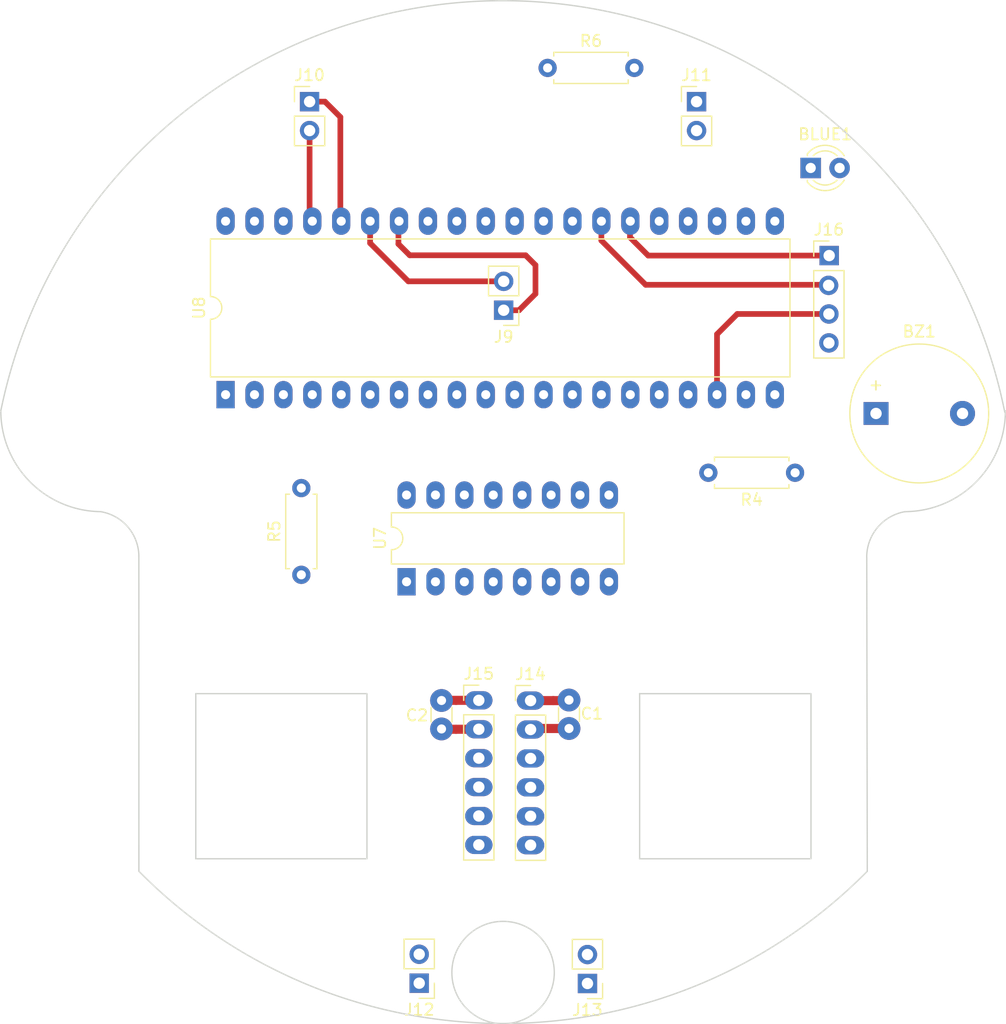
<source format=kicad_pcb>
(kicad_pcb (version 20171130) (host pcbnew 5.1.5-52549c5~84~ubuntu18.04.1)

  (general
    (thickness 1.6)
    (drawings 17)
    (tracks 41)
    (zones 0)
    (modules 17)
    (nets 44)
  )

  (page A4)
  (layers
    (0 F.Cu signal)
    (31 B.Cu signal)
    (32 B.Adhes user)
    (33 F.Adhes user)
    (34 B.Paste user)
    (35 F.Paste user)
    (36 B.SilkS user)
    (37 F.SilkS user)
    (38 B.Mask user)
    (39 F.Mask user)
    (40 Dwgs.User user)
    (41 Cmts.User user)
    (42 Eco1.User user)
    (43 Eco2.User user)
    (44 Edge.Cuts user)
    (45 Margin user)
    (46 B.CrtYd user)
    (47 F.CrtYd user)
    (48 B.Fab user)
    (49 F.Fab user)
  )

  (setup
    (last_trace_width 0.5)
    (user_trace_width 0.5)
    (user_trace_width 0.6)
    (user_trace_width 0.8)
    (user_trace_width 1)
    (trace_clearance 0.2)
    (zone_clearance 0.508)
    (zone_45_only no)
    (trace_min 0.2)
    (via_size 0.8)
    (via_drill 0.4)
    (via_min_size 0.4)
    (via_min_drill 0.3)
    (uvia_size 0.3)
    (uvia_drill 0.1)
    (uvias_allowed no)
    (uvia_min_size 0.2)
    (uvia_min_drill 0.1)
    (edge_width 0.05)
    (segment_width 0.2)
    (pcb_text_width 0.3)
    (pcb_text_size 1.5 1.5)
    (mod_edge_width 0.12)
    (mod_text_size 1 1)
    (mod_text_width 0.15)
    (pad_size 1.7 1.7)
    (pad_drill 1)
    (pad_to_mask_clearance 0.051)
    (solder_mask_min_width 0.25)
    (aux_axis_origin 0 0)
    (visible_elements FFFFFF7F)
    (pcbplotparams
      (layerselection 0x010fc_ffffffff)
      (usegerberextensions false)
      (usegerberattributes false)
      (usegerberadvancedattributes false)
      (creategerberjobfile false)
      (excludeedgelayer true)
      (linewidth 0.100000)
      (plotframeref false)
      (viasonmask false)
      (mode 1)
      (useauxorigin false)
      (hpglpennumber 1)
      (hpglpenspeed 20)
      (hpglpendiameter 15.000000)
      (psnegative false)
      (psa4output false)
      (plotreference true)
      (plotvalue true)
      (plotinvisibletext false)
      (padsonsilk false)
      (subtractmaskfromsilk false)
      (outputformat 1)
      (mirror false)
      (drillshape 1)
      (scaleselection 1)
      (outputdirectory ""))
  )

  (net 0 "")
  (net 1 "Net-(BLUE1-Pad2)")
  (net 2 GND)
  (net 3 BUZZ_IN)
  (net 4 "Net-(C1-Pad2)")
  (net 5 "Net-(C1-Pad1)")
  (net 6 "Net-(C2-Pad2)")
  (net 7 "Net-(C2-Pad1)")
  (net 8 "Net-(J9-Pad2)")
  (net 9 "Net-(J9-Pad1)")
  (net 10 "Net-(J10-Pad2)")
  (net 11 "Net-(J10-Pad1)")
  (net 12 "Net-(J11-Pad2)")
  (net 13 "Net-(J11-Pad1)")
  (net 14 +5V)
  (net 15 +12V)
  (net 16 rEn_B)
  (net 17 rEn_A)
  (net 18 lEn_B)
  (net 19 lEn_A)
  (net 20 3V3)
  (net 21 "Net-(J16-Pad2)")
  (net 22 "Net-(J16-Pad1)")
  (net 23 Bat_IN)
  (net 24 LED_IN)
  (net 25 "Net-(U7-Pad15)")
  (net 26 "Net-(U7-Pad7)")
  (net 27 "Net-(U7-Pad10)")
  (net 28 "Net-(U7-Pad2)")
  (net 29 "Net-(U7-Pad9)")
  (net 30 "Net-(U7-Pad1)")
  (net 31 "Net-(U8-Pad1)")
  (net 32 "Net-(U8-Pad21)")
  (net 33 "Net-(U8-Pad2)")
  (net 34 "Net-(U8-Pad22)")
  (net 35 "Net-(U8-Pad3)")
  (net 36 "Net-(U8-Pad4)")
  (net 37 "Net-(U8-Pad7)")
  (net 38 "Net-(U8-Pad29)")
  (net 39 "Net-(U8-Pad32)")
  (net 40 "Net-(U8-Pad33)")
  (net 41 "Net-(U8-Pad16)")
  (net 42 "Net-(U8-Pad17)")
  (net 43 "Net-(U8-Pad19)")

  (net_class Default "This is the default net class."
    (clearance 0.2)
    (trace_width 0.25)
    (via_dia 0.8)
    (via_drill 0.4)
    (uvia_dia 0.3)
    (uvia_drill 0.1)
    (add_net +12V)
    (add_net +5V)
    (add_net 3V3)
    (add_net BUZZ_IN)
    (add_net Bat_IN)
    (add_net GND)
    (add_net LED_IN)
    (add_net "Net-(BLUE1-Pad2)")
    (add_net "Net-(C1-Pad1)")
    (add_net "Net-(C1-Pad2)")
    (add_net "Net-(C2-Pad1)")
    (add_net "Net-(C2-Pad2)")
    (add_net "Net-(J10-Pad1)")
    (add_net "Net-(J10-Pad2)")
    (add_net "Net-(J11-Pad1)")
    (add_net "Net-(J11-Pad2)")
    (add_net "Net-(J16-Pad1)")
    (add_net "Net-(J16-Pad2)")
    (add_net "Net-(J9-Pad1)")
    (add_net "Net-(J9-Pad2)")
    (add_net "Net-(U7-Pad1)")
    (add_net "Net-(U7-Pad10)")
    (add_net "Net-(U7-Pad15)")
    (add_net "Net-(U7-Pad2)")
    (add_net "Net-(U7-Pad7)")
    (add_net "Net-(U7-Pad9)")
    (add_net "Net-(U8-Pad1)")
    (add_net "Net-(U8-Pad16)")
    (add_net "Net-(U8-Pad17)")
    (add_net "Net-(U8-Pad19)")
    (add_net "Net-(U8-Pad2)")
    (add_net "Net-(U8-Pad21)")
    (add_net "Net-(U8-Pad22)")
    (add_net "Net-(U8-Pad29)")
    (add_net "Net-(U8-Pad3)")
    (add_net "Net-(U8-Pad32)")
    (add_net "Net-(U8-Pad33)")
    (add_net "Net-(U8-Pad4)")
    (add_net "Net-(U8-Pad7)")
    (add_net lEn_A)
    (add_net lEn_B)
    (add_net rEn_A)
    (add_net rEn_B)
  )

  (module Connector_PinHeader_2.54mm:PinHeader_1x06_P2.54mm_Vertical (layer F.Cu) (tedit 5DEB64E1) (tstamp 5DEB68BD)
    (at 136.2964 113.2078)
    (descr "Through hole straight pin header, 1x06, 2.54mm pitch, single row")
    (tags "Through hole pin header THT 1x06 2.54mm single row")
    (path /5DF08463)
    (fp_text reference J15 (at 0 -2.33 180) (layer F.SilkS)
      (effects (font (size 1 1) (thickness 0.15)))
    )
    (fp_text value Motor_LEFT (at 0 15.03 180) (layer F.Fab)
      (effects (font (size 1 1) (thickness 0.15)))
    )
    (fp_text user %R (at 0 6.35 270) (layer F.Fab)
      (effects (font (size 1 1) (thickness 0.15)))
    )
    (fp_line (start 1.8 -1.8) (end -1.8 -1.8) (layer F.CrtYd) (width 0.05))
    (fp_line (start 1.8 14.5) (end 1.8 -1.8) (layer F.CrtYd) (width 0.05))
    (fp_line (start -1.8 14.5) (end 1.8 14.5) (layer F.CrtYd) (width 0.05))
    (fp_line (start -1.8 -1.8) (end -1.8 14.5) (layer F.CrtYd) (width 0.05))
    (fp_line (start -1.33 -1.33) (end 0 -1.33) (layer F.SilkS) (width 0.12))
    (fp_line (start -1.33 0) (end -1.33 -1.33) (layer F.SilkS) (width 0.12))
    (fp_line (start -1.33 1.27) (end 1.33 1.27) (layer F.SilkS) (width 0.12))
    (fp_line (start 1.33 1.27) (end 1.33 14.03) (layer F.SilkS) (width 0.12))
    (fp_line (start -1.33 1.27) (end -1.33 14.03) (layer F.SilkS) (width 0.12))
    (fp_line (start -1.33 14.03) (end 1.33 14.03) (layer F.SilkS) (width 0.12))
    (fp_line (start -1.27 -0.635) (end -0.635 -1.27) (layer F.Fab) (width 0.1))
    (fp_line (start -1.27 13.97) (end -1.27 -0.635) (layer F.Fab) (width 0.1))
    (fp_line (start 1.27 13.97) (end -1.27 13.97) (layer F.Fab) (width 0.1))
    (fp_line (start 1.27 -1.27) (end 1.27 13.97) (layer F.Fab) (width 0.1))
    (fp_line (start -0.635 -1.27) (end 1.27 -1.27) (layer F.Fab) (width 0.1))
    (pad 6 thru_hole oval (at 0 12.7) (size 2.4 1.6) (drill 1) (layers *.Cu *.Mask)
      (net 2 GND))
    (pad 5 thru_hole oval (at 0 10.16) (size 2.4 1.6) (drill 1) (layers *.Cu *.Mask)
      (net 14 +5V))
    (pad 4 thru_hole oval (at 0 7.62) (size 2.4 1.6) (drill 1) (layers *.Cu *.Mask)
      (net 18 lEn_B))
    (pad 3 thru_hole oval (at 0 5.08) (size 2.4 1.6) (drill 1) (layers *.Cu *.Mask)
      (net 19 lEn_A))
    (pad 2 thru_hole oval (at 0 2.54) (size 2.4 1.6) (drill 1) (layers *.Cu *.Mask)
      (net 6 "Net-(C2-Pad2)"))
    (pad 1 thru_hole oval (at 0 0) (size 2.4 1.6) (drill 1) (layers *.Cu *.Mask)
      (net 7 "Net-(C2-Pad1)"))
    (model ${KISYS3DMOD}/Connector_PinHeader_2.54mm.3dshapes/PinHeader_1x06_P2.54mm_Vertical.wrl
      (at (xyz 0 0 0))
      (scale (xyz 1 1 1))
      (rotate (xyz 0 0 0))
    )
  )

  (module Package_DIP:DIP-16_W7.62mm_LongPads (layer F.Cu) (tedit 5A02E8C5) (tstamp 5DEBB8CF)
    (at 129.9464 102.7938 90)
    (descr "16-lead though-hole mounted DIP package, row spacing 7.62 mm (300 mils), LongPads")
    (tags "THT DIP DIL PDIP 2.54mm 7.62mm 300mil LongPads")
    (path /5DE7B8CF)
    (fp_text reference U7 (at 3.81 -2.33 90) (layer F.SilkS)
      (effects (font (size 1 1) (thickness 0.15)))
    )
    (fp_text value L293D (at 3.81 20.11 90) (layer F.Fab)
      (effects (font (size 1 1) (thickness 0.15)))
    )
    (fp_text user %R (at 3.81 8.89 90) (layer F.Fab)
      (effects (font (size 1 1) (thickness 0.15)))
    )
    (fp_line (start 9.1 -1.55) (end -1.45 -1.55) (layer F.CrtYd) (width 0.05))
    (fp_line (start 9.1 19.3) (end 9.1 -1.55) (layer F.CrtYd) (width 0.05))
    (fp_line (start -1.45 19.3) (end 9.1 19.3) (layer F.CrtYd) (width 0.05))
    (fp_line (start -1.45 -1.55) (end -1.45 19.3) (layer F.CrtYd) (width 0.05))
    (fp_line (start 6.06 -1.33) (end 4.81 -1.33) (layer F.SilkS) (width 0.12))
    (fp_line (start 6.06 19.11) (end 6.06 -1.33) (layer F.SilkS) (width 0.12))
    (fp_line (start 1.56 19.11) (end 6.06 19.11) (layer F.SilkS) (width 0.12))
    (fp_line (start 1.56 -1.33) (end 1.56 19.11) (layer F.SilkS) (width 0.12))
    (fp_line (start 2.81 -1.33) (end 1.56 -1.33) (layer F.SilkS) (width 0.12))
    (fp_line (start 0.635 -0.27) (end 1.635 -1.27) (layer F.Fab) (width 0.1))
    (fp_line (start 0.635 19.05) (end 0.635 -0.27) (layer F.Fab) (width 0.1))
    (fp_line (start 6.985 19.05) (end 0.635 19.05) (layer F.Fab) (width 0.1))
    (fp_line (start 6.985 -1.27) (end 6.985 19.05) (layer F.Fab) (width 0.1))
    (fp_line (start 1.635 -1.27) (end 6.985 -1.27) (layer F.Fab) (width 0.1))
    (fp_arc (start 3.81 -1.33) (end 2.81 -1.33) (angle -180) (layer F.SilkS) (width 0.12))
    (pad 16 thru_hole oval (at 7.62 0 90) (size 2.4 1.6) (drill 0.8) (layers *.Cu *.Mask)
      (net 14 +5V))
    (pad 8 thru_hole oval (at 0 17.78 90) (size 2.4 1.6) (drill 0.8) (layers *.Cu *.Mask)
      (net 15 +12V))
    (pad 15 thru_hole oval (at 7.62 2.54 90) (size 2.4 1.6) (drill 0.8) (layers *.Cu *.Mask)
      (net 25 "Net-(U7-Pad15)"))
    (pad 7 thru_hole oval (at 0 15.24 90) (size 2.4 1.6) (drill 0.8) (layers *.Cu *.Mask)
      (net 26 "Net-(U7-Pad7)"))
    (pad 14 thru_hole oval (at 7.62 5.08 90) (size 2.4 1.6) (drill 0.8) (layers *.Cu *.Mask)
      (net 5 "Net-(C1-Pad1)"))
    (pad 6 thru_hole oval (at 0 12.7 90) (size 2.4 1.6) (drill 0.8) (layers *.Cu *.Mask)
      (net 7 "Net-(C2-Pad1)"))
    (pad 13 thru_hole oval (at 7.62 7.62 90) (size 2.4 1.6) (drill 0.8) (layers *.Cu *.Mask)
      (net 2 GND))
    (pad 5 thru_hole oval (at 0 10.16 90) (size 2.4 1.6) (drill 0.8) (layers *.Cu *.Mask)
      (net 2 GND))
    (pad 12 thru_hole oval (at 7.62 10.16 90) (size 2.4 1.6) (drill 0.8) (layers *.Cu *.Mask)
      (net 2 GND))
    (pad 4 thru_hole oval (at 0 7.62 90) (size 2.4 1.6) (drill 0.8) (layers *.Cu *.Mask)
      (net 2 GND))
    (pad 11 thru_hole oval (at 7.62 12.7 90) (size 2.4 1.6) (drill 0.8) (layers *.Cu *.Mask)
      (net 4 "Net-(C1-Pad2)"))
    (pad 3 thru_hole oval (at 0 5.08 90) (size 2.4 1.6) (drill 0.8) (layers *.Cu *.Mask)
      (net 6 "Net-(C2-Pad2)"))
    (pad 10 thru_hole oval (at 7.62 15.24 90) (size 2.4 1.6) (drill 0.8) (layers *.Cu *.Mask)
      (net 27 "Net-(U7-Pad10)"))
    (pad 2 thru_hole oval (at 0 2.54 90) (size 2.4 1.6) (drill 0.8) (layers *.Cu *.Mask)
      (net 28 "Net-(U7-Pad2)"))
    (pad 9 thru_hole oval (at 7.62 17.78 90) (size 2.4 1.6) (drill 0.8) (layers *.Cu *.Mask)
      (net 29 "Net-(U7-Pad9)"))
    (pad 1 thru_hole rect (at 0 0 90) (size 2.4 1.6) (drill 0.8) (layers *.Cu *.Mask)
      (net 30 "Net-(U7-Pad1)"))
    (model ${KISYS3DMOD}/Package_DIP.3dshapes/DIP-16_W7.62mm.wrl
      (at (xyz 0 0 0))
      (scale (xyz 1 1 1))
      (rotate (xyz 0 0 0))
    )
  )

  (module Connector_PinHeader_2.54mm:PinHeader_1x06_P2.54mm_Vertical (layer F.Cu) (tedit 5DEB6526) (tstamp 5DEBB7E7)
    (at 140.843 113.2332)
    (descr "Through hole straight pin header, 1x06, 2.54mm pitch, single row")
    (tags "Through hole pin header THT 1x06 2.54mm single row")
    (path /5DF07D5E)
    (fp_text reference J14 (at 0 -2.33) (layer F.SilkS)
      (effects (font (size 1 1) (thickness 0.15)))
    )
    (fp_text value Motor_RIGHT (at 0 15.03) (layer F.Fab)
      (effects (font (size 1 1) (thickness 0.15)))
    )
    (fp_text user %R (at 0 6.35 90) (layer F.Fab)
      (effects (font (size 1 1) (thickness 0.15)))
    )
    (fp_line (start 1.8 -1.8) (end -1.8 -1.8) (layer F.CrtYd) (width 0.05))
    (fp_line (start 1.8 14.5) (end 1.8 -1.8) (layer F.CrtYd) (width 0.05))
    (fp_line (start -1.8 14.5) (end 1.8 14.5) (layer F.CrtYd) (width 0.05))
    (fp_line (start -1.8 -1.8) (end -1.8 14.5) (layer F.CrtYd) (width 0.05))
    (fp_line (start -1.33 -1.33) (end 0 -1.33) (layer F.SilkS) (width 0.12))
    (fp_line (start -1.33 0) (end -1.33 -1.33) (layer F.SilkS) (width 0.12))
    (fp_line (start -1.33 1.27) (end 1.33 1.27) (layer F.SilkS) (width 0.12))
    (fp_line (start 1.33 1.27) (end 1.33 14.03) (layer F.SilkS) (width 0.12))
    (fp_line (start -1.33 1.27) (end -1.33 14.03) (layer F.SilkS) (width 0.12))
    (fp_line (start -1.33 14.03) (end 1.33 14.03) (layer F.SilkS) (width 0.12))
    (fp_line (start -1.27 -0.635) (end -0.635 -1.27) (layer F.Fab) (width 0.1))
    (fp_line (start -1.27 13.97) (end -1.27 -0.635) (layer F.Fab) (width 0.1))
    (fp_line (start 1.27 13.97) (end -1.27 13.97) (layer F.Fab) (width 0.1))
    (fp_line (start 1.27 -1.27) (end 1.27 13.97) (layer F.Fab) (width 0.1))
    (fp_line (start -0.635 -1.27) (end 1.27 -1.27) (layer F.Fab) (width 0.1))
    (pad 6 thru_hole oval (at 0 12.7) (size 2.4 1.6) (drill 1) (layers *.Cu *.Mask)
      (net 2 GND))
    (pad 5 thru_hole oval (at 0 10.16) (size 2.4 1.6) (drill 1) (layers *.Cu *.Mask)
      (net 14 +5V))
    (pad 4 thru_hole oval (at 0 7.62) (size 2.4 1.6) (drill 1) (layers *.Cu *.Mask)
      (net 16 rEn_B))
    (pad 3 thru_hole oval (at 0 5.08) (size 2.4 1.6) (drill 1) (layers *.Cu *.Mask)
      (net 17 rEn_A))
    (pad 2 thru_hole oval (at 0 2.54) (size 2.4 1.6) (drill 1) (layers *.Cu *.Mask)
      (net 4 "Net-(C1-Pad2)"))
    (pad 1 thru_hole oval (at 0 0) (size 2.4 1.6) (drill 1) (layers *.Cu *.Mask)
      (net 5 "Net-(C1-Pad1)"))
    (model ${KISYS3DMOD}/Connector_PinHeader_2.54mm.3dshapes/PinHeader_1x06_P2.54mm_Vertical.wrl
      (at (xyz 0 0 0))
      (scale (xyz 1 1 1))
      (rotate (xyz 0 0 0))
    )
  )

  (module Buzzer_Beeper:Buzzer_12x9.5RM7.6 (layer F.Cu) (tedit 5DEB668F) (tstamp 5DEBB6F0)
    (at 171.196 88.011)
    (descr "Generic Buzzer, D12mm height 9.5mm with RM7.6mm")
    (tags buzzer)
    (path /5DE7E6F0)
    (fp_text reference BZ1 (at 3.8 -7.2) (layer F.SilkS)
      (effects (font (size 1 1) (thickness 0.15)))
    )
    (fp_text value Buzzer (at 3.8 7.4) (layer F.Fab)
      (effects (font (size 1 1) (thickness 0.15)))
    )
    (fp_circle (center 3.8 0) (end 9.9 0) (layer F.SilkS) (width 0.12))
    (fp_circle (center 3.8 0) (end 4.8 0) (layer F.Fab) (width 0.1))
    (fp_circle (center 3.8 0) (end 9.8 0) (layer F.Fab) (width 0.1))
    (fp_circle (center 3.8 0) (end 10.05 0) (layer F.CrtYd) (width 0.05))
    (fp_text user %R (at 3.8 -4) (layer F.Fab)
      (effects (font (size 1 1) (thickness 0.15)))
    )
    (fp_text user + (at -0.01 -2.54) (layer F.SilkS)
      (effects (font (size 1 1) (thickness 0.15)))
    )
    (fp_text user + (at -0.01 -2.54) (layer F.Fab)
      (effects (font (size 1 1) (thickness 0.15)))
    )
    (pad 2 thru_hole circle (at 7.6 0) (size 2.2 2.2) (drill 1) (layers *.Cu *.Mask)
      (net 2 GND))
    (pad 1 thru_hole rect (at 0 0) (size 2.2 2) (drill 1) (layers *.Cu *.Mask)
      (net 3 BUZZ_IN))
    (model ${KISYS3DMOD}/Buzzer_Beeper.3dshapes/Buzzer_12x9.5RM7.6.wrl
      (at (xyz 0 0 0))
      (scale (xyz 1 1 1))
      (rotate (xyz 0 0 0))
    )
  )

  (module LED_THT:LED_D3.0mm (layer F.Cu) (tedit 587A3A7B) (tstamp 5DEBB6E3)
    (at 165.4556 66.4464)
    (descr "LED, diameter 3.0mm, 2 pins")
    (tags "LED diameter 3.0mm 2 pins")
    (path /5DE7FED4)
    (fp_text reference BLUE1 (at 1.27 -2.96) (layer F.SilkS)
      (effects (font (size 1 1) (thickness 0.15)))
    )
    (fp_text value LED (at 1.27 2.96) (layer F.Fab)
      (effects (font (size 1 1) (thickness 0.15)))
    )
    (fp_line (start 3.7 -2.25) (end -1.15 -2.25) (layer F.CrtYd) (width 0.05))
    (fp_line (start 3.7 2.25) (end 3.7 -2.25) (layer F.CrtYd) (width 0.05))
    (fp_line (start -1.15 2.25) (end 3.7 2.25) (layer F.CrtYd) (width 0.05))
    (fp_line (start -1.15 -2.25) (end -1.15 2.25) (layer F.CrtYd) (width 0.05))
    (fp_line (start -0.29 1.08) (end -0.29 1.236) (layer F.SilkS) (width 0.12))
    (fp_line (start -0.29 -1.236) (end -0.29 -1.08) (layer F.SilkS) (width 0.12))
    (fp_line (start -0.23 -1.16619) (end -0.23 1.16619) (layer F.Fab) (width 0.1))
    (fp_circle (center 1.27 0) (end 2.77 0) (layer F.Fab) (width 0.1))
    (fp_arc (start 1.27 0) (end 0.229039 1.08) (angle -87.9) (layer F.SilkS) (width 0.12))
    (fp_arc (start 1.27 0) (end 0.229039 -1.08) (angle 87.9) (layer F.SilkS) (width 0.12))
    (fp_arc (start 1.27 0) (end -0.29 1.235516) (angle -108.8) (layer F.SilkS) (width 0.12))
    (fp_arc (start 1.27 0) (end -0.29 -1.235516) (angle 108.8) (layer F.SilkS) (width 0.12))
    (fp_arc (start 1.27 0) (end -0.23 -1.16619) (angle 284.3) (layer F.Fab) (width 0.1))
    (pad 2 thru_hole circle (at 2.54 0) (size 1.8 1.8) (drill 0.9) (layers *.Cu *.Mask)
      (net 1 "Net-(BLUE1-Pad2)"))
    (pad 1 thru_hole rect (at 0 0) (size 1.8 1.8) (drill 0.9) (layers *.Cu *.Mask)
      (net 2 GND))
    (model ${KISYS3DMOD}/LED_THT.3dshapes/LED_D3.0mm.wrl
      (at (xyz 0 0 0))
      (scale (xyz 1 1 1))
      (rotate (xyz 0 0 0))
    )
  )

  (module Capacitor_THT:C_Disc_D3.0mm_W1.6mm_P2.50mm (layer F.Cu) (tedit 5DEB65CD) (tstamp 5DEBB701)
    (at 144.2212 113.1824 270)
    (descr "C, Disc series, Radial, pin pitch=2.50mm, , diameter*width=3.0*1.6mm^2, Capacitor, http://www.vishay.com/docs/45233/krseries.pdf")
    (tags "C Disc series Radial pin pitch 2.50mm  diameter 3.0mm width 1.6mm Capacitor")
    (path /5E041489)
    (fp_text reference C1 (at 1.1938 -2.0066 180) (layer F.SilkS)
      (effects (font (size 1 1) (thickness 0.15)))
    )
    (fp_text value C_Small (at -1.778 -1.4478 180) (layer F.Fab)
      (effects (font (size 1 1) (thickness 0.15)))
    )
    (fp_text user %R (at 1.25 0 90) (layer F.Fab)
      (effects (font (size 0.6 0.6) (thickness 0.09)))
    )
    (fp_line (start 3.55 -1.05) (end -1.05 -1.05) (layer F.CrtYd) (width 0.05))
    (fp_line (start 3.55 1.05) (end 3.55 -1.05) (layer F.CrtYd) (width 0.05))
    (fp_line (start -1.05 1.05) (end 3.55 1.05) (layer F.CrtYd) (width 0.05))
    (fp_line (start -1.05 -1.05) (end -1.05 1.05) (layer F.CrtYd) (width 0.05))
    (fp_line (start 0.621 0.92) (end 1.879 0.92) (layer F.SilkS) (width 0.12))
    (fp_line (start 0.621 -0.92) (end 1.879 -0.92) (layer F.SilkS) (width 0.12))
    (fp_line (start 2.75 -0.8) (end -0.25 -0.8) (layer F.Fab) (width 0.1))
    (fp_line (start 2.75 0.8) (end 2.75 -0.8) (layer F.Fab) (width 0.1))
    (fp_line (start -0.25 0.8) (end 2.75 0.8) (layer F.Fab) (width 0.1))
    (fp_line (start -0.25 -0.8) (end -0.25 0.8) (layer F.Fab) (width 0.1))
    (pad 2 thru_hole circle (at 2.5 0 270) (size 2 2) (drill 0.8) (layers *.Cu *.Mask)
      (net 4 "Net-(C1-Pad2)"))
    (pad 1 thru_hole circle (at 0 0 270) (size 2 2) (drill 0.8) (layers *.Cu *.Mask)
      (net 5 "Net-(C1-Pad1)"))
    (model ${KISYS3DMOD}/Capacitor_THT.3dshapes/C_Disc_D3.0mm_W1.6mm_P2.50mm.wrl
      (at (xyz 0 0 0))
      (scale (xyz 1 1 1))
      (rotate (xyz 0 0 0))
    )
  )

  (module Capacitor_THT:C_Disc_D3.0mm_W1.6mm_P2.50mm (layer F.Cu) (tedit 5DEB6649) (tstamp 5DEBB712)
    (at 133.0198 113.2224 270)
    (descr "C, Disc series, Radial, pin pitch=2.50mm, , diameter*width=3.0*1.6mm^2, Capacitor, http://www.vishay.com/docs/45233/krseries.pdf")
    (tags "C Disc series Radial pin pitch 2.50mm  diameter 3.0mm width 1.6mm Capacitor")
    (path /5E04E775)
    (fp_text reference C2 (at 1.3062 2.159 180) (layer F.SilkS)
      (effects (font (size 1 1) (thickness 0.15)))
    )
    (fp_text value C_Small (at -1.8796 1.3208 180) (layer F.Fab)
      (effects (font (size 1 1) (thickness 0.15)))
    )
    (fp_text user %R (at 1.25 0 90) (layer F.Fab)
      (effects (font (size 0.6 0.6) (thickness 0.09)))
    )
    (fp_line (start 3.55 -1.05) (end -1.05 -1.05) (layer F.CrtYd) (width 0.05))
    (fp_line (start 3.55 1.05) (end 3.55 -1.05) (layer F.CrtYd) (width 0.05))
    (fp_line (start -1.05 1.05) (end 3.55 1.05) (layer F.CrtYd) (width 0.05))
    (fp_line (start -1.05 -1.05) (end -1.05 1.05) (layer F.CrtYd) (width 0.05))
    (fp_line (start 0.621 0.92) (end 1.879 0.92) (layer F.SilkS) (width 0.12))
    (fp_line (start 0.621 -0.92) (end 1.879 -0.92) (layer F.SilkS) (width 0.12))
    (fp_line (start 2.75 -0.8) (end -0.25 -0.8) (layer F.Fab) (width 0.1))
    (fp_line (start 2.75 0.8) (end 2.75 -0.8) (layer F.Fab) (width 0.1))
    (fp_line (start -0.25 0.8) (end 2.75 0.8) (layer F.Fab) (width 0.1))
    (fp_line (start -0.25 -0.8) (end -0.25 0.8) (layer F.Fab) (width 0.1))
    (pad 2 thru_hole circle (at 2.5 0 270) (size 2 2) (drill 0.8) (layers *.Cu *.Mask)
      (net 6 "Net-(C2-Pad2)"))
    (pad 1 thru_hole circle (at 0 0 270) (size 2 2) (drill 0.8) (layers *.Cu *.Mask)
      (net 7 "Net-(C2-Pad1)"))
    (model ${KISYS3DMOD}/Capacitor_THT.3dshapes/C_Disc_D3.0mm_W1.6mm_P2.50mm.wrl
      (at (xyz 0 0 0))
      (scale (xyz 1 1 1))
      (rotate (xyz 0 0 0))
    )
  )

  (module Connector_PinHeader_2.54mm:PinHeader_1x02_P2.54mm_Vertical (layer F.Cu) (tedit 59FED5CC) (tstamp 5DEBB728)
    (at 138.4808 78.9432 180)
    (descr "Through hole straight pin header, 1x02, 2.54mm pitch, single row")
    (tags "Through hole pin header THT 1x02 2.54mm single row")
    (path /5DECF9BB)
    (fp_text reference J9 (at 0 -2.33) (layer F.SilkS)
      (effects (font (size 1 1) (thickness 0.15)))
    )
    (fp_text value I2C (at 0 4.87) (layer F.Fab)
      (effects (font (size 1 1) (thickness 0.15)))
    )
    (fp_text user %R (at 0 1.27 90) (layer F.Fab)
      (effects (font (size 1 1) (thickness 0.15)))
    )
    (fp_line (start 1.8 -1.8) (end -1.8 -1.8) (layer F.CrtYd) (width 0.05))
    (fp_line (start 1.8 4.35) (end 1.8 -1.8) (layer F.CrtYd) (width 0.05))
    (fp_line (start -1.8 4.35) (end 1.8 4.35) (layer F.CrtYd) (width 0.05))
    (fp_line (start -1.8 -1.8) (end -1.8 4.35) (layer F.CrtYd) (width 0.05))
    (fp_line (start -1.33 -1.33) (end 0 -1.33) (layer F.SilkS) (width 0.12))
    (fp_line (start -1.33 0) (end -1.33 -1.33) (layer F.SilkS) (width 0.12))
    (fp_line (start -1.33 1.27) (end 1.33 1.27) (layer F.SilkS) (width 0.12))
    (fp_line (start 1.33 1.27) (end 1.33 3.87) (layer F.SilkS) (width 0.12))
    (fp_line (start -1.33 1.27) (end -1.33 3.87) (layer F.SilkS) (width 0.12))
    (fp_line (start -1.33 3.87) (end 1.33 3.87) (layer F.SilkS) (width 0.12))
    (fp_line (start -1.27 -0.635) (end -0.635 -1.27) (layer F.Fab) (width 0.1))
    (fp_line (start -1.27 3.81) (end -1.27 -0.635) (layer F.Fab) (width 0.1))
    (fp_line (start 1.27 3.81) (end -1.27 3.81) (layer F.Fab) (width 0.1))
    (fp_line (start 1.27 -1.27) (end 1.27 3.81) (layer F.Fab) (width 0.1))
    (fp_line (start -0.635 -1.27) (end 1.27 -1.27) (layer F.Fab) (width 0.1))
    (pad 2 thru_hole oval (at 0 2.54 180) (size 1.7 1.7) (drill 1) (layers *.Cu *.Mask)
      (net 8 "Net-(J9-Pad2)"))
    (pad 1 thru_hole rect (at 0 0 180) (size 1.7 1.7) (drill 1) (layers *.Cu *.Mask)
      (net 9 "Net-(J9-Pad1)"))
    (model ${KISYS3DMOD}/Connector_PinHeader_2.54mm.3dshapes/PinHeader_1x02_P2.54mm_Vertical.wrl
      (at (xyz 0 0 0))
      (scale (xyz 1 1 1))
      (rotate (xyz 0 0 0))
    )
  )

  (module Connector_PinHeader_2.54mm:PinHeader_1x02_P2.54mm_Vertical (layer F.Cu) (tedit 59FED5CC) (tstamp 5DEBB73E)
    (at 121.428 60.6218)
    (descr "Through hole straight pin header, 1x02, 2.54mm pitch, single row")
    (tags "Through hole pin header THT 1x02 2.54mm single row")
    (path /5DED6D1E)
    (fp_text reference J10 (at 0 -2.33) (layer F.SilkS)
      (effects (font (size 1 1) (thickness 0.15)))
    )
    (fp_text value X1X2 (at 0 4.87) (layer F.Fab)
      (effects (font (size 1 1) (thickness 0.15)))
    )
    (fp_text user %R (at 0 1.27 90) (layer F.Fab)
      (effects (font (size 1 1) (thickness 0.15)))
    )
    (fp_line (start 1.8 -1.8) (end -1.8 -1.8) (layer F.CrtYd) (width 0.05))
    (fp_line (start 1.8 4.35) (end 1.8 -1.8) (layer F.CrtYd) (width 0.05))
    (fp_line (start -1.8 4.35) (end 1.8 4.35) (layer F.CrtYd) (width 0.05))
    (fp_line (start -1.8 -1.8) (end -1.8 4.35) (layer F.CrtYd) (width 0.05))
    (fp_line (start -1.33 -1.33) (end 0 -1.33) (layer F.SilkS) (width 0.12))
    (fp_line (start -1.33 0) (end -1.33 -1.33) (layer F.SilkS) (width 0.12))
    (fp_line (start -1.33 1.27) (end 1.33 1.27) (layer F.SilkS) (width 0.12))
    (fp_line (start 1.33 1.27) (end 1.33 3.87) (layer F.SilkS) (width 0.12))
    (fp_line (start -1.33 1.27) (end -1.33 3.87) (layer F.SilkS) (width 0.12))
    (fp_line (start -1.33 3.87) (end 1.33 3.87) (layer F.SilkS) (width 0.12))
    (fp_line (start -1.27 -0.635) (end -0.635 -1.27) (layer F.Fab) (width 0.1))
    (fp_line (start -1.27 3.81) (end -1.27 -0.635) (layer F.Fab) (width 0.1))
    (fp_line (start 1.27 3.81) (end -1.27 3.81) (layer F.Fab) (width 0.1))
    (fp_line (start 1.27 -1.27) (end 1.27 3.81) (layer F.Fab) (width 0.1))
    (fp_line (start -0.635 -1.27) (end 1.27 -1.27) (layer F.Fab) (width 0.1))
    (pad 2 thru_hole oval (at 0 2.54) (size 1.7 1.7) (drill 1) (layers *.Cu *.Mask)
      (net 10 "Net-(J10-Pad2)"))
    (pad 1 thru_hole rect (at 0 0) (size 1.7 1.7) (drill 1) (layers *.Cu *.Mask)
      (net 11 "Net-(J10-Pad1)"))
    (model ${KISYS3DMOD}/Connector_PinHeader_2.54mm.3dshapes/PinHeader_1x02_P2.54mm_Vertical.wrl
      (at (xyz 0 0 0))
      (scale (xyz 1 1 1))
      (rotate (xyz 0 0 0))
    )
  )

  (module Connector_PinHeader_2.54mm:PinHeader_1x02_P2.54mm_Vertical (layer F.Cu) (tedit 59FED5CC) (tstamp 5DEBB754)
    (at 155.428 60.6218)
    (descr "Through hole straight pin header, 1x02, 2.54mm pitch, single row")
    (tags "Through hole pin header THT 1x02 2.54mm single row")
    (path /5DED734E)
    (fp_text reference J11 (at 0 -2.33) (layer F.SilkS)
      (effects (font (size 1 1) (thickness 0.15)))
    )
    (fp_text value X3X4 (at 0 4.87) (layer F.Fab)
      (effects (font (size 1 1) (thickness 0.15)))
    )
    (fp_text user %R (at 0 1.27 90) (layer F.Fab)
      (effects (font (size 1 1) (thickness 0.15)))
    )
    (fp_line (start 1.8 -1.8) (end -1.8 -1.8) (layer F.CrtYd) (width 0.05))
    (fp_line (start 1.8 4.35) (end 1.8 -1.8) (layer F.CrtYd) (width 0.05))
    (fp_line (start -1.8 4.35) (end 1.8 4.35) (layer F.CrtYd) (width 0.05))
    (fp_line (start -1.8 -1.8) (end -1.8 4.35) (layer F.CrtYd) (width 0.05))
    (fp_line (start -1.33 -1.33) (end 0 -1.33) (layer F.SilkS) (width 0.12))
    (fp_line (start -1.33 0) (end -1.33 -1.33) (layer F.SilkS) (width 0.12))
    (fp_line (start -1.33 1.27) (end 1.33 1.27) (layer F.SilkS) (width 0.12))
    (fp_line (start 1.33 1.27) (end 1.33 3.87) (layer F.SilkS) (width 0.12))
    (fp_line (start -1.33 1.27) (end -1.33 3.87) (layer F.SilkS) (width 0.12))
    (fp_line (start -1.33 3.87) (end 1.33 3.87) (layer F.SilkS) (width 0.12))
    (fp_line (start -1.27 -0.635) (end -0.635 -1.27) (layer F.Fab) (width 0.1))
    (fp_line (start -1.27 3.81) (end -1.27 -0.635) (layer F.Fab) (width 0.1))
    (fp_line (start 1.27 3.81) (end -1.27 3.81) (layer F.Fab) (width 0.1))
    (fp_line (start 1.27 -1.27) (end 1.27 3.81) (layer F.Fab) (width 0.1))
    (fp_line (start -0.635 -1.27) (end 1.27 -1.27) (layer F.Fab) (width 0.1))
    (pad 2 thru_hole oval (at 0 2.54) (size 1.7 1.7) (drill 1) (layers *.Cu *.Mask)
      (net 12 "Net-(J11-Pad2)"))
    (pad 1 thru_hole rect (at 0 0) (size 1.7 1.7) (drill 1) (layers *.Cu *.Mask)
      (net 13 "Net-(J11-Pad1)"))
    (model ${KISYS3DMOD}/Connector_PinHeader_2.54mm.3dshapes/PinHeader_1x02_P2.54mm_Vertical.wrl
      (at (xyz 0 0 0))
      (scale (xyz 1 1 1))
      (rotate (xyz 0 0 0))
    )
  )

  (module Connector_PinHeader_2.54mm:PinHeader_1x02_P2.54mm_Vertical (layer F.Cu) (tedit 59FED5CC) (tstamp 5DEBB76A)
    (at 131.05892 138.05408 180)
    (descr "Through hole straight pin header, 1x02, 2.54mm pitch, single row")
    (tags "Through hole pin header THT 1x02 2.54mm single row")
    (path /5DECE3A2)
    (fp_text reference J12 (at 0 -2.33) (layer F.SilkS)
      (effects (font (size 1 1) (thickness 0.15)))
    )
    (fp_text value +5V_RAIL (at 0 4.87) (layer F.Fab)
      (effects (font (size 1 1) (thickness 0.15)))
    )
    (fp_text user %R (at 0 1.27 90) (layer F.Fab)
      (effects (font (size 1 1) (thickness 0.15)))
    )
    (fp_line (start 1.8 -1.8) (end -1.8 -1.8) (layer F.CrtYd) (width 0.05))
    (fp_line (start 1.8 4.35) (end 1.8 -1.8) (layer F.CrtYd) (width 0.05))
    (fp_line (start -1.8 4.35) (end 1.8 4.35) (layer F.CrtYd) (width 0.05))
    (fp_line (start -1.8 -1.8) (end -1.8 4.35) (layer F.CrtYd) (width 0.05))
    (fp_line (start -1.33 -1.33) (end 0 -1.33) (layer F.SilkS) (width 0.12))
    (fp_line (start -1.33 0) (end -1.33 -1.33) (layer F.SilkS) (width 0.12))
    (fp_line (start -1.33 1.27) (end 1.33 1.27) (layer F.SilkS) (width 0.12))
    (fp_line (start 1.33 1.27) (end 1.33 3.87) (layer F.SilkS) (width 0.12))
    (fp_line (start -1.33 1.27) (end -1.33 3.87) (layer F.SilkS) (width 0.12))
    (fp_line (start -1.33 3.87) (end 1.33 3.87) (layer F.SilkS) (width 0.12))
    (fp_line (start -1.27 -0.635) (end -0.635 -1.27) (layer F.Fab) (width 0.1))
    (fp_line (start -1.27 3.81) (end -1.27 -0.635) (layer F.Fab) (width 0.1))
    (fp_line (start 1.27 3.81) (end -1.27 3.81) (layer F.Fab) (width 0.1))
    (fp_line (start 1.27 -1.27) (end 1.27 3.81) (layer F.Fab) (width 0.1))
    (fp_line (start -0.635 -1.27) (end 1.27 -1.27) (layer F.Fab) (width 0.1))
    (pad 2 thru_hole oval (at 0 2.54 180) (size 1.7 1.7) (drill 1) (layers *.Cu *.Mask)
      (net 2 GND))
    (pad 1 thru_hole rect (at 0 0 180) (size 1.7 1.7) (drill 1) (layers *.Cu *.Mask)
      (net 14 +5V))
    (model ${KISYS3DMOD}/Connector_PinHeader_2.54mm.3dshapes/PinHeader_1x02_P2.54mm_Vertical.wrl
      (at (xyz 0 0 0))
      (scale (xyz 1 1 1))
      (rotate (xyz 0 0 0))
    )
  )

  (module Connector_PinHeader_2.54mm:PinHeader_1x02_P2.54mm_Vertical (layer F.Cu) (tedit 59FED5CC) (tstamp 5DEBB780)
    (at 145.84172 138.07948 180)
    (descr "Through hole straight pin header, 1x02, 2.54mm pitch, single row")
    (tags "Through hole pin header THT 1x02 2.54mm single row")
    (path /5DECEF78)
    (fp_text reference J13 (at 0 -2.33) (layer F.SilkS)
      (effects (font (size 1 1) (thickness 0.15)))
    )
    (fp_text value +12V_RAIL (at 0 4.87) (layer F.Fab)
      (effects (font (size 1 1) (thickness 0.15)))
    )
    (fp_text user %R (at 0 1.27 90) (layer F.Fab)
      (effects (font (size 1 1) (thickness 0.15)))
    )
    (fp_line (start 1.8 -1.8) (end -1.8 -1.8) (layer F.CrtYd) (width 0.05))
    (fp_line (start 1.8 4.35) (end 1.8 -1.8) (layer F.CrtYd) (width 0.05))
    (fp_line (start -1.8 4.35) (end 1.8 4.35) (layer F.CrtYd) (width 0.05))
    (fp_line (start -1.8 -1.8) (end -1.8 4.35) (layer F.CrtYd) (width 0.05))
    (fp_line (start -1.33 -1.33) (end 0 -1.33) (layer F.SilkS) (width 0.12))
    (fp_line (start -1.33 0) (end -1.33 -1.33) (layer F.SilkS) (width 0.12))
    (fp_line (start -1.33 1.27) (end 1.33 1.27) (layer F.SilkS) (width 0.12))
    (fp_line (start 1.33 1.27) (end 1.33 3.87) (layer F.SilkS) (width 0.12))
    (fp_line (start -1.33 1.27) (end -1.33 3.87) (layer F.SilkS) (width 0.12))
    (fp_line (start -1.33 3.87) (end 1.33 3.87) (layer F.SilkS) (width 0.12))
    (fp_line (start -1.27 -0.635) (end -0.635 -1.27) (layer F.Fab) (width 0.1))
    (fp_line (start -1.27 3.81) (end -1.27 -0.635) (layer F.Fab) (width 0.1))
    (fp_line (start 1.27 3.81) (end -1.27 3.81) (layer F.Fab) (width 0.1))
    (fp_line (start 1.27 -1.27) (end 1.27 3.81) (layer F.Fab) (width 0.1))
    (fp_line (start -0.635 -1.27) (end 1.27 -1.27) (layer F.Fab) (width 0.1))
    (pad 2 thru_hole oval (at 0 2.54 180) (size 1.7 1.7) (drill 1) (layers *.Cu *.Mask)
      (net 2 GND))
    (pad 1 thru_hole rect (at 0 0 180) (size 1.7 1.7) (drill 1) (layers *.Cu *.Mask)
      (net 15 +12V))
    (model ${KISYS3DMOD}/Connector_PinHeader_2.54mm.3dshapes/PinHeader_1x02_P2.54mm_Vertical.wrl
      (at (xyz 0 0 0))
      (scale (xyz 1 1 1))
      (rotate (xyz 0 0 0))
    )
  )

  (module Connector_PinHeader_2.54mm:PinHeader_1x04_P2.54mm_Vertical (layer F.Cu) (tedit 5DEB70DF) (tstamp 5DEBB866)
    (at 167.0558 74.1934)
    (descr "Through hole straight pin header, 1x04, 2.54mm pitch, single row")
    (tags "Through hole pin header THT 1x04 2.54mm single row")
    (path /5DF4073B)
    (fp_text reference J16 (at 0 -2.33) (layer F.SilkS)
      (effects (font (size 1 1) (thickness 0.15)))
    )
    (fp_text value Programmer (at 0 9.95) (layer F.Fab)
      (effects (font (size 1 1) (thickness 0.15)))
    )
    (fp_text user %R (at 0 3.81 90) (layer F.Fab)
      (effects (font (size 1 1) (thickness 0.15)))
    )
    (fp_line (start 1.8 -1.8) (end -1.8 -1.8) (layer F.CrtYd) (width 0.05))
    (fp_line (start 1.8 9.4) (end 1.8 -1.8) (layer F.CrtYd) (width 0.05))
    (fp_line (start -1.8 9.4) (end 1.8 9.4) (layer F.CrtYd) (width 0.05))
    (fp_line (start -1.8 -1.8) (end -1.8 9.4) (layer F.CrtYd) (width 0.05))
    (fp_line (start -1.33 -1.33) (end 0 -1.33) (layer F.SilkS) (width 0.12))
    (fp_line (start -1.33 0) (end -1.33 -1.33) (layer F.SilkS) (width 0.12))
    (fp_line (start -1.33 1.27) (end 1.33 1.27) (layer F.SilkS) (width 0.12))
    (fp_line (start 1.33 1.27) (end 1.33 8.95) (layer F.SilkS) (width 0.12))
    (fp_line (start -1.33 1.27) (end -1.33 8.95) (layer F.SilkS) (width 0.12))
    (fp_line (start -1.33 8.95) (end 1.33 8.95) (layer F.SilkS) (width 0.12))
    (fp_line (start -1.27 -0.635) (end -0.635 -1.27) (layer F.Fab) (width 0.1))
    (fp_line (start -1.27 8.89) (end -1.27 -0.635) (layer F.Fab) (width 0.1))
    (fp_line (start 1.27 8.89) (end -1.27 8.89) (layer F.Fab) (width 0.1))
    (fp_line (start 1.27 -1.27) (end 1.27 8.89) (layer F.Fab) (width 0.1))
    (fp_line (start -0.635 -1.27) (end 1.27 -1.27) (layer F.Fab) (width 0.1))
    (pad 4 thru_hole oval (at 0 7.62) (size 1.7 1.7) (drill 1) (layers *.Cu *.Mask)
      (net 2 GND))
    (pad 3 thru_hole oval (at 0 5.08) (size 1.7 1.7) (drill 1) (layers *.Cu *.Mask)
      (net 20 3V3))
    (pad 2 thru_hole rect (at 0.0254 -0.0508) (size 1.7 1.7) (drill 1) (layers *.Cu *.Mask)
      (net 21 "Net-(J16-Pad2)"))
    (pad 1 thru_hole oval (at -0.0254 2.5654) (size 1.7 1.7) (drill 1) (layers *.Cu *.Mask)
      (net 22 "Net-(J16-Pad1)"))
    (model ${KISYS3DMOD}/Connector_PinHeader_2.54mm.3dshapes/PinHeader_1x04_P2.54mm_Vertical.wrl
      (at (xyz 0 0 0))
      (scale (xyz 1 1 1))
      (rotate (xyz 0 0 0))
    )
  )

  (module Resistor_THT:R_Axial_DIN0207_L6.3mm_D2.5mm_P7.62mm_Horizontal (layer F.Cu) (tedit 5AE5139B) (tstamp 5DEBB87D)
    (at 164.084 93.218 180)
    (descr "Resistor, Axial_DIN0207 series, Axial, Horizontal, pin pitch=7.62mm, 0.25W = 1/4W, length*diameter=6.3*2.5mm^2, http://cdn-reichelt.de/documents/datenblatt/B400/1_4W%23YAG.pdf")
    (tags "Resistor Axial_DIN0207 series Axial Horizontal pin pitch 7.62mm 0.25W = 1/4W length 6.3mm diameter 2.5mm")
    (path /5DE7DEE3)
    (fp_text reference R4 (at 3.81 -2.37) (layer F.SilkS)
      (effects (font (size 1 1) (thickness 0.15)))
    )
    (fp_text value 1k (at 3.81 2.37) (layer F.Fab)
      (effects (font (size 1 1) (thickness 0.15)))
    )
    (fp_text user %R (at 3.81 0) (layer F.Fab)
      (effects (font (size 1 1) (thickness 0.15)))
    )
    (fp_line (start 8.67 -1.5) (end -1.05 -1.5) (layer F.CrtYd) (width 0.05))
    (fp_line (start 8.67 1.5) (end 8.67 -1.5) (layer F.CrtYd) (width 0.05))
    (fp_line (start -1.05 1.5) (end 8.67 1.5) (layer F.CrtYd) (width 0.05))
    (fp_line (start -1.05 -1.5) (end -1.05 1.5) (layer F.CrtYd) (width 0.05))
    (fp_line (start 7.08 1.37) (end 7.08 1.04) (layer F.SilkS) (width 0.12))
    (fp_line (start 0.54 1.37) (end 7.08 1.37) (layer F.SilkS) (width 0.12))
    (fp_line (start 0.54 1.04) (end 0.54 1.37) (layer F.SilkS) (width 0.12))
    (fp_line (start 7.08 -1.37) (end 7.08 -1.04) (layer F.SilkS) (width 0.12))
    (fp_line (start 0.54 -1.37) (end 7.08 -1.37) (layer F.SilkS) (width 0.12))
    (fp_line (start 0.54 -1.04) (end 0.54 -1.37) (layer F.SilkS) (width 0.12))
    (fp_line (start 7.62 0) (end 6.96 0) (layer F.Fab) (width 0.1))
    (fp_line (start 0 0) (end 0.66 0) (layer F.Fab) (width 0.1))
    (fp_line (start 6.96 -1.25) (end 0.66 -1.25) (layer F.Fab) (width 0.1))
    (fp_line (start 6.96 1.25) (end 6.96 -1.25) (layer F.Fab) (width 0.1))
    (fp_line (start 0.66 1.25) (end 6.96 1.25) (layer F.Fab) (width 0.1))
    (fp_line (start 0.66 -1.25) (end 0.66 1.25) (layer F.Fab) (width 0.1))
    (pad 2 thru_hole oval (at 7.62 0 180) (size 1.6 1.6) (drill 0.8) (layers *.Cu *.Mask)
      (net 2 GND))
    (pad 1 thru_hole circle (at 0 0 180) (size 1.6 1.6) (drill 0.8) (layers *.Cu *.Mask)
      (net 23 Bat_IN))
    (model ${KISYS3DMOD}/Resistor_THT.3dshapes/R_Axial_DIN0207_L6.3mm_D2.5mm_P7.62mm_Horizontal.wrl
      (at (xyz 0 0 0))
      (scale (xyz 1 1 1))
      (rotate (xyz 0 0 0))
    )
  )

  (module Resistor_THT:R_Axial_DIN0207_L6.3mm_D2.5mm_P7.62mm_Horizontal (layer F.Cu) (tedit 5AE5139B) (tstamp 5DEBB894)
    (at 120.7008 102.1842 90)
    (descr "Resistor, Axial_DIN0207 series, Axial, Horizontal, pin pitch=7.62mm, 0.25W = 1/4W, length*diameter=6.3*2.5mm^2, http://cdn-reichelt.de/documents/datenblatt/B400/1_4W%23YAG.pdf")
    (tags "Resistor Axial_DIN0207 series Axial Horizontal pin pitch 7.62mm 0.25W = 1/4W length 6.3mm diameter 2.5mm")
    (path /5DE7E2A2)
    (fp_text reference R5 (at 3.81 -2.37 90) (layer F.SilkS)
      (effects (font (size 1 1) (thickness 0.15)))
    )
    (fp_text value 10k (at 3.81 2.37 90) (layer F.Fab)
      (effects (font (size 1 1) (thickness 0.15)))
    )
    (fp_text user %R (at 3.81 0 90) (layer F.Fab)
      (effects (font (size 1 1) (thickness 0.15)))
    )
    (fp_line (start 8.67 -1.5) (end -1.05 -1.5) (layer F.CrtYd) (width 0.05))
    (fp_line (start 8.67 1.5) (end 8.67 -1.5) (layer F.CrtYd) (width 0.05))
    (fp_line (start -1.05 1.5) (end 8.67 1.5) (layer F.CrtYd) (width 0.05))
    (fp_line (start -1.05 -1.5) (end -1.05 1.5) (layer F.CrtYd) (width 0.05))
    (fp_line (start 7.08 1.37) (end 7.08 1.04) (layer F.SilkS) (width 0.12))
    (fp_line (start 0.54 1.37) (end 7.08 1.37) (layer F.SilkS) (width 0.12))
    (fp_line (start 0.54 1.04) (end 0.54 1.37) (layer F.SilkS) (width 0.12))
    (fp_line (start 7.08 -1.37) (end 7.08 -1.04) (layer F.SilkS) (width 0.12))
    (fp_line (start 0.54 -1.37) (end 7.08 -1.37) (layer F.SilkS) (width 0.12))
    (fp_line (start 0.54 -1.04) (end 0.54 -1.37) (layer F.SilkS) (width 0.12))
    (fp_line (start 7.62 0) (end 6.96 0) (layer F.Fab) (width 0.1))
    (fp_line (start 0 0) (end 0.66 0) (layer F.Fab) (width 0.1))
    (fp_line (start 6.96 -1.25) (end 0.66 -1.25) (layer F.Fab) (width 0.1))
    (fp_line (start 6.96 1.25) (end 6.96 -1.25) (layer F.Fab) (width 0.1))
    (fp_line (start 0.66 1.25) (end 6.96 1.25) (layer F.Fab) (width 0.1))
    (fp_line (start 0.66 -1.25) (end 0.66 1.25) (layer F.Fab) (width 0.1))
    (pad 2 thru_hole oval (at 7.62 0 90) (size 1.6 1.6) (drill 0.8) (layers *.Cu *.Mask)
      (net 23 Bat_IN))
    (pad 1 thru_hole circle (at 0 0 90) (size 1.6 1.6) (drill 0.8) (layers *.Cu *.Mask)
      (net 15 +12V))
    (model ${KISYS3DMOD}/Resistor_THT.3dshapes/R_Axial_DIN0207_L6.3mm_D2.5mm_P7.62mm_Horizontal.wrl
      (at (xyz 0 0 0))
      (scale (xyz 1 1 1))
      (rotate (xyz 0 0 0))
    )
  )

  (module Resistor_THT:R_Axial_DIN0207_L6.3mm_D2.5mm_P7.62mm_Horizontal (layer F.Cu) (tedit 5AE5139B) (tstamp 5DEBB8AB)
    (at 142.3416 57.658)
    (descr "Resistor, Axial_DIN0207 series, Axial, Horizontal, pin pitch=7.62mm, 0.25W = 1/4W, length*diameter=6.3*2.5mm^2, http://cdn-reichelt.de/documents/datenblatt/B400/1_4W%23YAG.pdf")
    (tags "Resistor Axial_DIN0207 series Axial Horizontal pin pitch 7.62mm 0.25W = 1/4W length 6.3mm diameter 2.5mm")
    (path /5DE8298C)
    (fp_text reference R6 (at 3.81 -2.37) (layer F.SilkS)
      (effects (font (size 1 1) (thickness 0.15)))
    )
    (fp_text value 470 (at 3.81 2.37) (layer F.Fab)
      (effects (font (size 1 1) (thickness 0.15)))
    )
    (fp_text user %R (at 3.721599 -0.153401) (layer F.Fab)
      (effects (font (size 1 1) (thickness 0.15)))
    )
    (fp_line (start 8.67 -1.5) (end -1.05 -1.5) (layer F.CrtYd) (width 0.05))
    (fp_line (start 8.67 1.5) (end 8.67 -1.5) (layer F.CrtYd) (width 0.05))
    (fp_line (start -1.05 1.5) (end 8.67 1.5) (layer F.CrtYd) (width 0.05))
    (fp_line (start -1.05 -1.5) (end -1.05 1.5) (layer F.CrtYd) (width 0.05))
    (fp_line (start 7.08 1.37) (end 7.08 1.04) (layer F.SilkS) (width 0.12))
    (fp_line (start 0.54 1.37) (end 7.08 1.37) (layer F.SilkS) (width 0.12))
    (fp_line (start 0.54 1.04) (end 0.54 1.37) (layer F.SilkS) (width 0.12))
    (fp_line (start 7.08 -1.37) (end 7.08 -1.04) (layer F.SilkS) (width 0.12))
    (fp_line (start 0.54 -1.37) (end 7.08 -1.37) (layer F.SilkS) (width 0.12))
    (fp_line (start 0.54 -1.04) (end 0.54 -1.37) (layer F.SilkS) (width 0.12))
    (fp_line (start 7.62 0) (end 6.96 0) (layer F.Fab) (width 0.1))
    (fp_line (start 0 0) (end 0.66 0) (layer F.Fab) (width 0.1))
    (fp_line (start 6.96 -1.25) (end 0.66 -1.25) (layer F.Fab) (width 0.1))
    (fp_line (start 6.96 1.25) (end 6.96 -1.25) (layer F.Fab) (width 0.1))
    (fp_line (start 0.66 1.25) (end 6.96 1.25) (layer F.Fab) (width 0.1))
    (fp_line (start 0.66 -1.25) (end 0.66 1.25) (layer F.Fab) (width 0.1))
    (pad 2 thru_hole oval (at 7.62 0) (size 1.6 1.6) (drill 0.8) (layers *.Cu *.Mask)
      (net 1 "Net-(BLUE1-Pad2)"))
    (pad 1 thru_hole circle (at 0 0) (size 1.6 1.6) (drill 0.8) (layers *.Cu *.Mask)
      (net 24 LED_IN))
    (model ${KISYS3DMOD}/Resistor_THT.3dshapes/R_Axial_DIN0207_L6.3mm_D2.5mm_P7.62mm_Horizontal.wrl
      (at (xyz 0 0 0))
      (scale (xyz 1 1 1))
      (rotate (xyz 0 0 0))
    )
  )

  (module BluePill:STM32 (layer F.Cu) (tedit 5DEB4388) (tstamp 5DEB73F7)
    (at 114.046 86.36 90)
    (descr "40-lead though-hole mounted DIP package, row spacing 15.24 mm (600 mils), LongPads")
    (tags "THT DIP DIL PDIP 2.54mm 15.24mm 600mil LongPads")
    (path /5DE77FBA)
    (fp_text reference U8 (at 7.62 -2.33 90) (layer F.SilkS)
      (effects (font (size 1 1) (thickness 0.15)))
    )
    (fp_text value BluePill (at 7.62 50.59 90) (layer F.Fab)
      (effects (font (size 1 1) (thickness 0.15)))
    )
    (fp_text user %R (at 7.62 24.13 90) (layer F.Fab)
      (effects (font (size 1 1) (thickness 0.15)))
    )
    (fp_line (start 16.7 -1.55) (end -1.5 -1.55) (layer F.CrtYd) (width 0.05))
    (fp_line (start 16.7 49.8) (end 16.7 -1.55) (layer F.CrtYd) (width 0.05))
    (fp_line (start -1.5 49.8) (end 16.7 49.8) (layer F.CrtYd) (width 0.05))
    (fp_line (start -1.5 -1.55) (end -1.5 49.8) (layer F.CrtYd) (width 0.05))
    (fp_line (start 13.68 -1.33) (end 8.62 -1.33) (layer F.SilkS) (width 0.12))
    (fp_line (start 13.68 49.59) (end 13.68 -1.33) (layer F.SilkS) (width 0.12))
    (fp_line (start 1.56 49.59) (end 13.68 49.59) (layer F.SilkS) (width 0.12))
    (fp_line (start 1.56 -1.33) (end 1.56 49.59) (layer F.SilkS) (width 0.12))
    (fp_line (start 6.62 -1.33) (end 1.56 -1.33) (layer F.SilkS) (width 0.12))
    (fp_line (start 0.255 -0.27) (end 1.255 -1.27) (layer F.Fab) (width 0.1))
    (fp_line (start 0.255 49.53) (end 0.255 -0.27) (layer F.Fab) (width 0.1))
    (fp_line (start 14.985 49.53) (end 0.255 49.53) (layer F.Fab) (width 0.1))
    (fp_line (start 14.985 -1.27) (end 14.985 49.53) (layer F.Fab) (width 0.1))
    (fp_line (start 1.255 -1.27) (end 14.985 -1.27) (layer F.Fab) (width 0.1))
    (fp_arc (start 7.62 -1.33) (end 6.62 -1.33) (angle -180) (layer F.SilkS) (width 0.12))
    (pad 3V3 thru_hole oval (at 15.24 0 90) (size 2.4 1.6) (drill 0.8) (layers *.Cu *.Mask)
      (net 20 3V3))
    (pad GND thru_hole oval (at 0 48.26 90) (size 2.4 1.6) (drill 0.8) (layers *.Cu *.Mask)
      (net 2 GND))
    (pad GND thru_hole oval (at 15.24 2.54 90) (size 2.4 1.6) (drill 0.8) (layers *.Cu *.Mask)
      (net 2 GND))
    (pad GND thru_hole oval (at 0 45.72 90) (size 2.4 1.6) (drill 0.8) (layers *.Cu *.Mask)
      (net 2 GND))
    (pad 5V thru_hole oval (at 15.24 5.08 90) (size 2.4 1.6) (drill 0.8) (layers *.Cu *.Mask)
      (net 14 +5V))
    (pad 3V3 thru_hole oval (at 0 43.18 90) (size 2.4 1.6) (drill 0.8) (layers *.Cu *.Mask)
      (net 20 3V3))
    (pad 46 thru_hole oval (at 15.24 7.62 90) (size 2.4 1.6) (drill 0.8) (layers *.Cu *.Mask)
      (net 10 "Net-(J10-Pad2)"))
    (pad 7 thru_hole oval (at 0 40.64 90) (size 2.4 1.6) (drill 0.8) (layers *.Cu *.Mask)
      (net 37 "Net-(U8-Pad7)"))
    (pad 45 thru_hole oval (at 15.24 10.16 90) (size 2.4 1.6) (drill 0.8) (layers *.Cu *.Mask)
      (net 11 "Net-(J10-Pad1)"))
    (pad 22 thru_hole oval (at 0 38.1 90) (size 2.4 1.6) (drill 0.8) (layers *.Cu *.Mask)
      (net 34 "Net-(U8-Pad22)"))
    (pad 43 thru_hole oval (at 15.24 12.7 90) (size 2.4 1.6) (drill 0.8) (layers *.Cu *.Mask)
      (net 8 "Net-(J9-Pad2)"))
    (pad 21 thru_hole oval (at 0 35.56 90) (size 2.4 1.6) (drill 0.8) (layers *.Cu *.Mask)
      (net 32 "Net-(U8-Pad21)"))
    (pad 42 thru_hole oval (at 15.24 15.24 90) (size 2.4 1.6) (drill 0.8) (layers *.Cu *.Mask)
      (net 9 "Net-(J9-Pad1)"))
    (pad 19 thru_hole oval (at 0 33.02 90) (size 2.4 1.6) (drill 0.8) (layers *.Cu *.Mask)
      (net 43 "Net-(U8-Pad19)"))
    (pad 41 thru_hole oval (at 15.24 17.78 90) (size 2.4 1.6) (drill 0.8) (layers *.Cu *.Mask)
      (net 12 "Net-(J11-Pad2)"))
    (pad 18 thru_hole oval (at 0 30.48 90) (size 2.4 1.6) (drill 0.8) (layers *.Cu *.Mask)
      (net 23 Bat_IN))
    (pad 40 thru_hole oval (at 15.24 20.32 90) (size 2.4 1.6) (drill 0.8) (layers *.Cu *.Mask)
      (net 13 "Net-(J11-Pad1)"))
    (pad 17 thru_hole oval (at 0 27.94 90) (size 2.4 1.6) (drill 0.8) (layers *.Cu *.Mask)
      (net 42 "Net-(U8-Pad17)"))
    (pad 39 thru_hole oval (at 15.24 22.86 90) (size 2.4 1.6) (drill 0.8) (layers *.Cu *.Mask)
      (net 24 LED_IN))
    (pad 16 thru_hole oval (at 0 25.4 90) (size 2.4 1.6) (drill 0.8) (layers *.Cu *.Mask)
      (net 41 "Net-(U8-Pad16)"))
    (pad 38 thru_hole oval (at 15.24 25.4 90) (size 2.4 1.6) (drill 0.8) (layers *.Cu *.Mask)
      (net 3 BUZZ_IN))
    (pad 15 thru_hole oval (at 0 22.86 90) (size 2.4 1.6) (drill 0.8) (layers *.Cu *.Mask)
      (net 28 "Net-(U7-Pad2)"))
    (pad 33 thru_hole oval (at 15.24 27.94 90) (size 2.4 1.6) (drill 0.8) (layers *.Cu *.Mask)
      (net 40 "Net-(U8-Pad33)"))
    (pad 14 thru_hole oval (at 0 20.32 90) (size 2.4 1.6) (drill 0.8) (layers *.Cu *.Mask)
      (net 26 "Net-(U7-Pad7)"))
    (pad 32 thru_hole oval (at 15.24 30.48 90) (size 2.4 1.6) (drill 0.8) (layers *.Cu *.Mask)
      (net 39 "Net-(U8-Pad32)"))
    (pad 13 thru_hole oval (at 0 17.78 90) (size 2.4 1.6) (drill 0.8) (layers *.Cu *.Mask)
      (net 30 "Net-(U7-Pad1)"))
    (pad 31 thru_hole oval (at 15.24 33.02 90) (size 2.4 1.6) (drill 0.8) (layers *.Cu *.Mask)
      (net 22 "Net-(J16-Pad1)"))
    (pad 12 thru_hole oval (at 0 15.24 90) (size 2.4 1.6) (drill 0.8) (layers *.Cu *.Mask)
      (net 27 "Net-(U7-Pad10)"))
    (pad 30 thru_hole oval (at 15.24 35.56 90) (size 2.4 1.6) (drill 0.8) (layers *.Cu *.Mask)
      (net 21 "Net-(J16-Pad2)"))
    (pad 11 thru_hole oval (at 0 12.7 90) (size 2.4 1.6) (drill 0.8) (layers *.Cu *.Mask)
      (net 25 "Net-(U7-Pad15)"))
    (pad 29 thru_hole oval (at 15.24 38.1 90) (size 2.4 1.6) (drill 0.8) (layers *.Cu *.Mask)
      (net 38 "Net-(U8-Pad29)"))
    (pad 10 thru_hole oval (at 0 10.16 90) (size 2.4 1.6) (drill 0.8) (layers *.Cu *.Mask)
      (net 29 "Net-(U7-Pad9)"))
    (pad 28 thru_hole oval (at 15.24 40.64 90) (size 2.4 1.6) (drill 0.8) (layers *.Cu *.Mask)
      (net 19 lEn_A))
    (pad 4 thru_hole oval (at 0 7.62 90) (size 2.4 1.6) (drill 0.8) (layers *.Cu *.Mask)
      (net 36 "Net-(U8-Pad4)"))
    (pad 27 thru_hole oval (at 15.24 43.18 90) (size 2.4 1.6) (drill 0.8) (layers *.Cu *.Mask)
      (net 18 lEn_B))
    (pad 3 thru_hole oval (at 0 5.08 90) (size 2.4 1.6) (drill 0.8) (layers *.Cu *.Mask)
      (net 35 "Net-(U8-Pad3)"))
    (pad 26 thru_hole oval (at 15.24 45.72 90) (size 2.4 1.6) (drill 0.8) (layers *.Cu *.Mask)
      (net 17 rEn_A))
    (pad 2 thru_hole oval (at 0 2.54 90) (size 2.4 1.6) (drill 0.8) (layers *.Cu *.Mask)
      (net 33 "Net-(U8-Pad2)"))
    (pad 25 thru_hole oval (at 15.24 48.26 90) (size 2.4 1.6) (drill 0.8) (layers *.Cu *.Mask)
      (net 16 rEn_B))
    (pad 1 thru_hole rect (at 0 0 90) (size 2.4 1.6) (drill 0.8) (layers *.Cu *.Mask)
      (net 31 "Net-(U8-Pad1)"))
    (model ${KISYS3DMOD}/Package_DIP.3dshapes/DIP-40_W15.24mm.wrl
      (at (xyz 0 0 0))
      (scale (xyz 1 1 1))
      (rotate (xyz 0 0 0))
    )
  )

  (gr_circle (center 138.428 137.1218) (end 142.928 137.1218) (layer Edge.Cuts) (width 0.12))
  (gr_arc (start 138.428 96.6218) (end 170.428 128.22218) (angle 90.67873161) (layer Edge.Cuts) (width 0.12))
  (gr_arc (start 138.390713 96.751532) (end 182.512513 87.912132) (angle -157.2400599) (layer Edge.Cuts) (width 0.12))
  (gr_line (start 165.481 112.6218) (end 165.481 127.1218) (layer Edge.Cuts) (width 0.12) (tstamp 5DEB4F71))
  (gr_line (start 150.4188 127.127) (end 165.4302 127.127) (layer Edge.Cuts) (width 0.12) (tstamp 5DEB4F67))
  (gr_line (start 150.4188 112.6236) (end 165.4302 112.6236) (layer Edge.Cuts) (width 0.12) (tstamp 5DEB4F48))
  (gr_line (start 150.428 112.6218) (end 150.428 127.1218) (layer Edge.Cuts) (width 0.12) (tstamp 5DEB4F28))
  (gr_line (start 126.4666 112.627) (end 126.4666 127.127) (layer Edge.Cuts) (width 0.12) (tstamp 5DEB4F0A))
  (gr_line (start 126.428 127.127) (end 111.428 127.127) (layer Edge.Cuts) (width 0.12) (tstamp 5DEB4EFD))
  (gr_line (start 111.428 112.6218) (end 111.428 127.1218) (layer Edge.Cuts) (width 0.12) (tstamp 5DEB4E93))
  (gr_line (start 126.428 112.6218) (end 111.428 112.6218) (layer Edge.Cuts) (width 0.12) (tstamp 5DEB4E91))
  (gr_line (start 106.426 100.5332) (end 106.428 128.2218) (layer Edge.Cuts) (width 0.12))
  (gr_arc (start 173.7125 87.7843) (end 173.7125 96.6343) (angle -90) (layer Edge.Cuts) (width 0.12) (tstamp 5DEB4D9B))
  (gr_arc (start 174.434499 100.634799) (end 173.7614 96.6343) (angle -80.4) (layer Edge.Cuts) (width 0.12) (tstamp 5DEB4D97))
  (gr_arc (start 103.1475 87.7843) (end 94.2975 87.7843) (angle -90) (layer Edge.Cuts) (width 0.12) (tstamp 5DEB4D93))
  (gr_arc (start 102.42506 100.586481) (end 106.425559 100.522982) (angle -79) (layer Edge.Cuts) (width 0.12))
  (gr_line (start 170.3832 100.6602) (end 170.428 128.2218) (layer Edge.Cuts) (width 0.12))

  (segment (start 142.806987 115.6824) (end 142.796187 115.6716) (width 0.5) (layer F.Cu) (net 4))
  (segment (start 144.2212 115.6824) (end 142.806987 115.6824) (width 0.5) (layer F.Cu) (net 4))
  (segment (start 142.796187 115.6716) (end 141.1478 115.6716) (width 0.5) (layer F.Cu) (net 4))
  (segment (start 144.2212 115.6824) (end 141.2094 115.6824) (width 0.8) (layer F.Cu) (net 4))
  (segment (start 141.2094 115.6824) (end 141.1986 115.6716) (width 0.8) (layer F.Cu) (net 4))
  (segment (start 144.2212 113.1824) (end 142.806987 113.1824) (width 0.5) (layer F.Cu) (net 5))
  (segment (start 142.806987 113.1824) (end 140.97 113.1824) (width 0.5) (layer F.Cu) (net 5))
  (segment (start 140.843 113.2332) (end 142.843 113.2332) (width 0.8) (layer F.Cu) (net 5))
  (segment (start 142.843 113.2332) (end 144.0434 113.2332) (width 0.8) (layer F.Cu) (net 5))
  (segment (start 133.0198 115.7224) (end 134.434013 115.7224) (width 0.5) (layer F.Cu) (net 6))
  (segment (start 134.434013 115.7224) (end 136.5504 115.7224) (width 0.5) (layer F.Cu) (net 6))
  (segment (start 136.2964 115.7478) (end 134.2964 115.7478) (width 0.8) (layer F.Cu) (net 6))
  (segment (start 134.2964 115.7478) (end 132.9436 115.7478) (width 0.8) (layer F.Cu) (net 6))
  (segment (start 133.0198 113.2224) (end 136.5866 113.2224) (width 0.5) (layer F.Cu) (net 7))
  (segment (start 136.5866 113.2224) (end 136.7028 113.1062) (width 0.5) (layer F.Cu) (net 7))
  (segment (start 136.2964 113.2078) (end 134.2964 113.2078) (width 0.8) (layer F.Cu) (net 7))
  (segment (start 134.2964 113.2078) (end 132.9182 113.2078) (width 0.8) (layer F.Cu) (net 7))
  (segment (start 138.4808 76.4032) (end 130.0988 76.4032) (width 0.5) (layer F.Cu) (net 8))
  (segment (start 130.0988 76.4032) (end 126.746 73.0504) (width 0.5) (layer F.Cu) (net 8))
  (segment (start 126.746 73.0504) (end 126.746 71.374) (width 0.5) (layer F.Cu) (net 8))
  (segment (start 139.8308 78.9432) (end 141.2748 77.4992) (width 0.5) (layer F.Cu) (net 9))
  (segment (start 138.4808 78.9432) (end 139.8308 78.9432) (width 0.5) (layer F.Cu) (net 9))
  (segment (start 141.2748 77.4992) (end 141.2748 74.9808) (width 0.5) (layer F.Cu) (net 9))
  (segment (start 141.2748 74.9808) (end 140.4112 74.1172) (width 0.5) (layer F.Cu) (net 9))
  (segment (start 140.4112 74.1172) (end 130.2258 74.1172) (width 0.5) (layer F.Cu) (net 9))
  (segment (start 130.2258 74.1172) (end 129.2352 73.1266) (width 0.5) (layer F.Cu) (net 9))
  (segment (start 129.2352 73.1266) (end 129.2352 71.4756) (width 0.5) (layer F.Cu) (net 9))
  (segment (start 121.428 63.1618) (end 121.428 70.5518) (width 0.5) (layer F.Cu) (net 10))
  (segment (start 121.428 70.5518) (end 121.7168 70.8406) (width 0.5) (layer F.Cu) (net 10))
  (segment (start 122.778 60.6218) (end 124.1298 61.9736) (width 0.5) (layer F.Cu) (net 11))
  (segment (start 121.428 60.6218) (end 122.778 60.6218) (width 0.5) (layer F.Cu) (net 11))
  (segment (start 124.1298 61.9736) (end 124.1298 71.2724) (width 0.5) (layer F.Cu) (net 11))
  (segment (start 167.0558 79.2734) (end 159.004 79.2734) (width 0.5) (layer F.Cu) (net 20))
  (segment (start 159.004 79.2734) (end 157.226 81.0514) (width 0.5) (layer F.Cu) (net 20))
  (segment (start 157.226 81.0514) (end 157.226 85.598) (width 0.5) (layer F.Cu) (net 20))
  (segment (start 167.0812 74.1426) (end 151.1808 74.1426) (width 0.5) (layer F.Cu) (net 21))
  (segment (start 151.1808 74.1426) (end 149.5806 72.5424) (width 0.5) (layer F.Cu) (net 21))
  (segment (start 149.5806 72.5424) (end 149.5806 71.3486) (width 0.5) (layer F.Cu) (net 21))
  (segment (start 147.066 72.82) (end 150.954 76.708) (width 0.5) (layer F.Cu) (net 22))
  (segment (start 147.066 71.12) (end 147.066 72.82) (width 0.5) (layer F.Cu) (net 22))
  (segment (start 150.954 76.708) (end 166.9796 76.708) (width 0.5) (layer F.Cu) (net 22))

)

</source>
